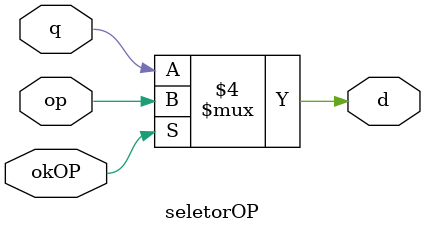
<source format=sv>
module seletorOP (input logic okOP, input q, input op, output d);

always @(*)
	
	if(okOP == 1) begin
		d = op;
	end
	else begin
		d = q;
	end

endmodule
</source>
